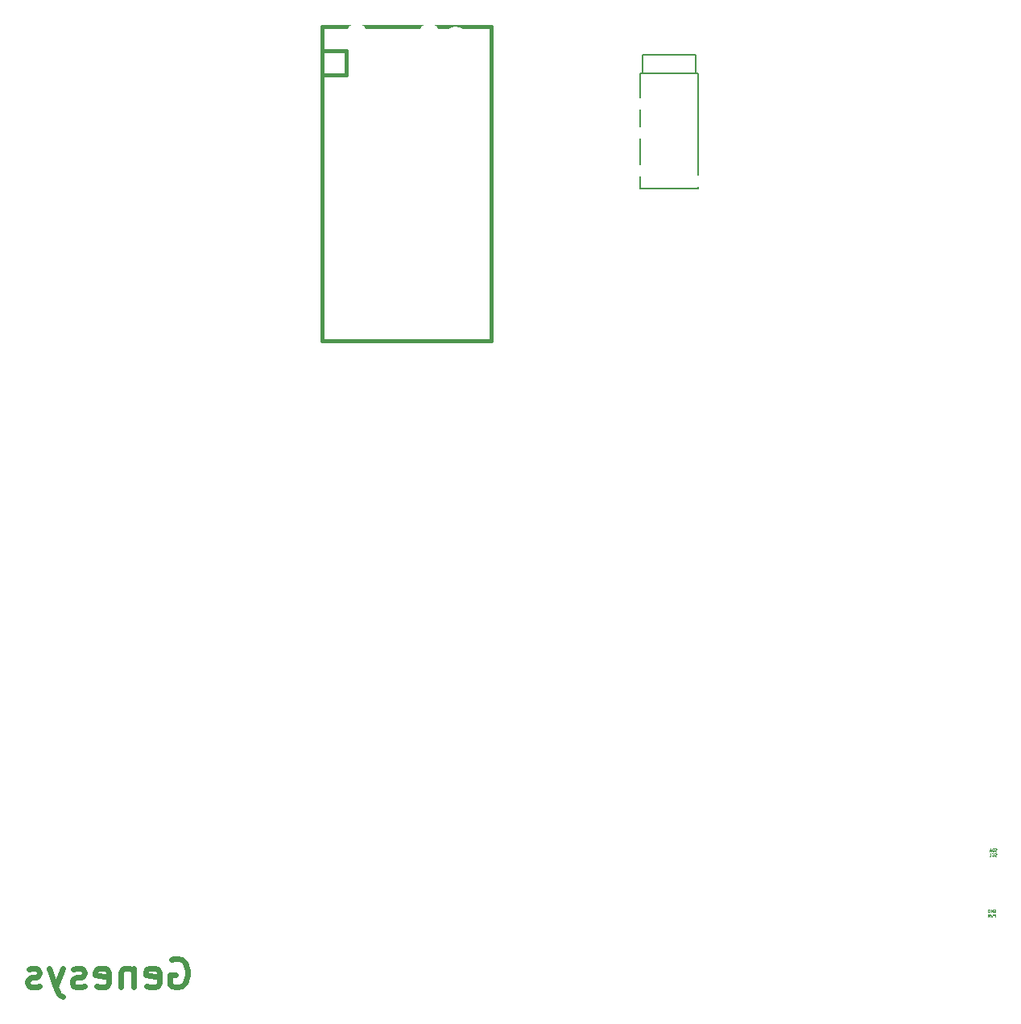
<source format=gbo>
%TF.GenerationSoftware,KiCad,Pcbnew,7.0.1*%
%TF.CreationDate,2023-04-06T15:27:56+10:00*%
%TF.ProjectId,genesys,67656e65-7379-4732-9e6b-696361645f70,rev?*%
%TF.SameCoordinates,Original*%
%TF.FileFunction,Legend,Bot*%
%TF.FilePolarity,Positive*%
%FSLAX46Y46*%
G04 Gerber Fmt 4.6, Leading zero omitted, Abs format (unit mm)*
G04 Created by KiCad (PCBNEW 7.0.1) date 2023-04-06 15:27:56*
%MOMM*%
%LPD*%
G01*
G04 APERTURE LIST*
G04 Aperture macros list*
%AMHorizOval*
0 Thick line with rounded ends*
0 $1 width*
0 $2 $3 position (X,Y) of the first rounded end (center of the circle)*
0 $4 $5 position (X,Y) of the second rounded end (center of the circle)*
0 Add line between two ends*
20,1,$1,$2,$3,$4,$5,0*
0 Add two circle primitives to create the rounded ends*
1,1,$1,$2,$3*
1,1,$1,$4,$5*%
%AMRotRect*
0 Rectangle, with rotation*
0 The origin of the aperture is its center*
0 $1 length*
0 $2 width*
0 $3 Rotation angle, in degrees counterclockwise*
0 Add horizontal line*
21,1,$1,$2,0,0,$3*%
G04 Aperture macros list end*
%ADD10C,0.075000*%
%ADD11C,0.625000*%
%ADD12C,0.150000*%
%ADD13C,0.381000*%
%ADD14C,1.651000*%
%ADD15R,1.752600X1.752600*%
%ADD16C,1.752600*%
%ADD17C,1.400000*%
%ADD18R,2.500000X1.200000*%
%ADD19C,3.200000*%
%ADD20C,3.987800*%
%ADD21C,2.286000*%
%ADD22R,2.200000X2.200000*%
%ADD23O,2.200000X2.200000*%
%ADD24RotRect,2.200000X2.200000X40.000000*%
%ADD25HorizOval,2.200000X0.000000X0.000000X0.000000X0.000000X0*%
%ADD26RotRect,2.200000X2.200000X65.000000*%
%ADD27HorizOval,2.200000X0.000000X0.000000X0.000000X0.000000X0*%
%ADD28RotRect,2.200000X2.200000X75.000000*%
%ADD29HorizOval,2.200000X0.000000X0.000000X0.000000X0.000000X0*%
%ADD30RotRect,2.200000X2.200000X15.000000*%
%ADD31HorizOval,2.200000X0.000000X0.000000X0.000000X0.000000X0*%
G04 APERTURE END LIST*
D10*
X160042857Y-114749000D02*
X160000000Y-114763285D01*
X160000000Y-114763285D02*
X159928571Y-114763285D01*
X159928571Y-114763285D02*
X159900000Y-114749000D01*
X159900000Y-114749000D02*
X159885714Y-114734714D01*
X159885714Y-114734714D02*
X159871428Y-114706142D01*
X159871428Y-114706142D02*
X159871428Y-114677571D01*
X159871428Y-114677571D02*
X159885714Y-114649000D01*
X159885714Y-114649000D02*
X159900000Y-114634714D01*
X159900000Y-114634714D02*
X159928571Y-114620428D01*
X159928571Y-114620428D02*
X159985714Y-114606142D01*
X159985714Y-114606142D02*
X160014285Y-114591857D01*
X160014285Y-114591857D02*
X160028571Y-114577571D01*
X160028571Y-114577571D02*
X160042857Y-114549000D01*
X160042857Y-114549000D02*
X160042857Y-114520428D01*
X160042857Y-114520428D02*
X160028571Y-114491857D01*
X160028571Y-114491857D02*
X160014285Y-114477571D01*
X160014285Y-114477571D02*
X159985714Y-114463285D01*
X159985714Y-114463285D02*
X159914285Y-114463285D01*
X159914285Y-114463285D02*
X159871428Y-114477571D01*
X159571428Y-114734714D02*
X159585714Y-114749000D01*
X159585714Y-114749000D02*
X159628571Y-114763285D01*
X159628571Y-114763285D02*
X159657143Y-114763285D01*
X159657143Y-114763285D02*
X159700000Y-114749000D01*
X159700000Y-114749000D02*
X159728571Y-114720428D01*
X159728571Y-114720428D02*
X159742857Y-114691857D01*
X159742857Y-114691857D02*
X159757143Y-114634714D01*
X159757143Y-114634714D02*
X159757143Y-114591857D01*
X159757143Y-114591857D02*
X159742857Y-114534714D01*
X159742857Y-114534714D02*
X159728571Y-114506142D01*
X159728571Y-114506142D02*
X159700000Y-114477571D01*
X159700000Y-114477571D02*
X159657143Y-114463285D01*
X159657143Y-114463285D02*
X159628571Y-114463285D01*
X159628571Y-114463285D02*
X159585714Y-114477571D01*
X159585714Y-114477571D02*
X159571428Y-114491857D01*
X159300000Y-114763285D02*
X159442857Y-114763285D01*
X159442857Y-114763285D02*
X159442857Y-114463285D01*
X160042857Y-114249000D02*
X160000000Y-114263285D01*
X160000000Y-114263285D02*
X159928571Y-114263285D01*
X159928571Y-114263285D02*
X159900000Y-114249000D01*
X159900000Y-114249000D02*
X159885714Y-114234714D01*
X159885714Y-114234714D02*
X159871428Y-114206142D01*
X159871428Y-114206142D02*
X159871428Y-114177571D01*
X159871428Y-114177571D02*
X159885714Y-114149000D01*
X159885714Y-114149000D02*
X159900000Y-114134714D01*
X159900000Y-114134714D02*
X159928571Y-114120428D01*
X159928571Y-114120428D02*
X159985714Y-114106142D01*
X159985714Y-114106142D02*
X160014285Y-114091857D01*
X160014285Y-114091857D02*
X160028571Y-114077571D01*
X160028571Y-114077571D02*
X160042857Y-114049000D01*
X160042857Y-114049000D02*
X160042857Y-114020428D01*
X160042857Y-114020428D02*
X160028571Y-113991857D01*
X160028571Y-113991857D02*
X160014285Y-113977571D01*
X160014285Y-113977571D02*
X159985714Y-113963285D01*
X159985714Y-113963285D02*
X159914285Y-113963285D01*
X159914285Y-113963285D02*
X159871428Y-113977571D01*
X159742857Y-114263285D02*
X159742857Y-113963285D01*
X159742857Y-113963285D02*
X159671428Y-113963285D01*
X159671428Y-113963285D02*
X159628571Y-113977571D01*
X159628571Y-113977571D02*
X159600000Y-114006142D01*
X159600000Y-114006142D02*
X159585714Y-114034714D01*
X159585714Y-114034714D02*
X159571428Y-114091857D01*
X159571428Y-114091857D02*
X159571428Y-114134714D01*
X159571428Y-114134714D02*
X159585714Y-114191857D01*
X159585714Y-114191857D02*
X159600000Y-114220428D01*
X159600000Y-114220428D02*
X159628571Y-114249000D01*
X159628571Y-114249000D02*
X159671428Y-114263285D01*
X159671428Y-114263285D02*
X159742857Y-114263285D01*
X159457143Y-114177571D02*
X159314286Y-114177571D01*
X159485714Y-114263285D02*
X159385714Y-113963285D01*
X159385714Y-113963285D02*
X159285714Y-114263285D01*
X159771428Y-120377571D02*
X159800000Y-120363285D01*
X159800000Y-120363285D02*
X159842857Y-120363285D01*
X159842857Y-120363285D02*
X159885714Y-120377571D01*
X159885714Y-120377571D02*
X159914285Y-120406142D01*
X159914285Y-120406142D02*
X159928571Y-120434714D01*
X159928571Y-120434714D02*
X159942857Y-120491857D01*
X159942857Y-120491857D02*
X159942857Y-120534714D01*
X159942857Y-120534714D02*
X159928571Y-120591857D01*
X159928571Y-120591857D02*
X159914285Y-120620428D01*
X159914285Y-120620428D02*
X159885714Y-120649000D01*
X159885714Y-120649000D02*
X159842857Y-120663285D01*
X159842857Y-120663285D02*
X159814285Y-120663285D01*
X159814285Y-120663285D02*
X159771428Y-120649000D01*
X159771428Y-120649000D02*
X159757142Y-120634714D01*
X159757142Y-120634714D02*
X159757142Y-120534714D01*
X159757142Y-120534714D02*
X159814285Y-120534714D01*
X159628571Y-120663285D02*
X159628571Y-120363285D01*
X159628571Y-120363285D02*
X159457142Y-120663285D01*
X159457142Y-120663285D02*
X159457142Y-120363285D01*
X159314285Y-120663285D02*
X159314285Y-120363285D01*
X159314285Y-120363285D02*
X159242856Y-120363285D01*
X159242856Y-120363285D02*
X159199999Y-120377571D01*
X159199999Y-120377571D02*
X159171428Y-120406142D01*
X159171428Y-120406142D02*
X159157142Y-120434714D01*
X159157142Y-120434714D02*
X159142856Y-120491857D01*
X159142856Y-120491857D02*
X159142856Y-120534714D01*
X159142856Y-120534714D02*
X159157142Y-120591857D01*
X159157142Y-120591857D02*
X159171428Y-120620428D01*
X159171428Y-120620428D02*
X159199999Y-120649000D01*
X159199999Y-120649000D02*
X159242856Y-120663285D01*
X159242856Y-120663285D02*
X159314285Y-120663285D01*
X159928571Y-121163285D02*
X159928571Y-120863285D01*
X159928571Y-120863285D02*
X159814285Y-120863285D01*
X159814285Y-120863285D02*
X159785714Y-120877571D01*
X159785714Y-120877571D02*
X159771428Y-120891857D01*
X159771428Y-120891857D02*
X159757142Y-120920428D01*
X159757142Y-120920428D02*
X159757142Y-120963285D01*
X159757142Y-120963285D02*
X159771428Y-120991857D01*
X159771428Y-120991857D02*
X159785714Y-121006142D01*
X159785714Y-121006142D02*
X159814285Y-121020428D01*
X159814285Y-121020428D02*
X159928571Y-121020428D01*
X159657142Y-120863285D02*
X159585714Y-121163285D01*
X159585714Y-121163285D02*
X159528571Y-120949000D01*
X159528571Y-120949000D02*
X159471428Y-121163285D01*
X159471428Y-121163285D02*
X159400000Y-120863285D01*
X159114285Y-121163285D02*
X159214285Y-121020428D01*
X159285714Y-121163285D02*
X159285714Y-120863285D01*
X159285714Y-120863285D02*
X159171428Y-120863285D01*
X159171428Y-120863285D02*
X159142857Y-120877571D01*
X159142857Y-120877571D02*
X159128571Y-120891857D01*
X159128571Y-120891857D02*
X159114285Y-120920428D01*
X159114285Y-120920428D02*
X159114285Y-120963285D01*
X159114285Y-120963285D02*
X159128571Y-120991857D01*
X159128571Y-120991857D02*
X159142857Y-121006142D01*
X159142857Y-121006142D02*
X159171428Y-121020428D01*
X159171428Y-121020428D02*
X159285714Y-121020428D01*
D11*
X73279285Y-125680714D02*
X73565000Y-125537857D01*
X73565000Y-125537857D02*
X73993571Y-125537857D01*
X73993571Y-125537857D02*
X74422142Y-125680714D01*
X74422142Y-125680714D02*
X74707857Y-125966428D01*
X74707857Y-125966428D02*
X74850714Y-126252142D01*
X74850714Y-126252142D02*
X74993571Y-126823571D01*
X74993571Y-126823571D02*
X74993571Y-127252142D01*
X74993571Y-127252142D02*
X74850714Y-127823571D01*
X74850714Y-127823571D02*
X74707857Y-128109285D01*
X74707857Y-128109285D02*
X74422142Y-128395000D01*
X74422142Y-128395000D02*
X73993571Y-128537857D01*
X73993571Y-128537857D02*
X73707857Y-128537857D01*
X73707857Y-128537857D02*
X73279285Y-128395000D01*
X73279285Y-128395000D02*
X73136428Y-128252142D01*
X73136428Y-128252142D02*
X73136428Y-127252142D01*
X73136428Y-127252142D02*
X73707857Y-127252142D01*
X70707857Y-128395000D02*
X70993571Y-128537857D01*
X70993571Y-128537857D02*
X71565000Y-128537857D01*
X71565000Y-128537857D02*
X71850714Y-128395000D01*
X71850714Y-128395000D02*
X71993571Y-128109285D01*
X71993571Y-128109285D02*
X71993571Y-126966428D01*
X71993571Y-126966428D02*
X71850714Y-126680714D01*
X71850714Y-126680714D02*
X71565000Y-126537857D01*
X71565000Y-126537857D02*
X70993571Y-126537857D01*
X70993571Y-126537857D02*
X70707857Y-126680714D01*
X70707857Y-126680714D02*
X70565000Y-126966428D01*
X70565000Y-126966428D02*
X70565000Y-127252142D01*
X70565000Y-127252142D02*
X71993571Y-127537857D01*
X69279285Y-126537857D02*
X69279285Y-128537857D01*
X69279285Y-126823571D02*
X69136428Y-126680714D01*
X69136428Y-126680714D02*
X68850713Y-126537857D01*
X68850713Y-126537857D02*
X68422142Y-126537857D01*
X68422142Y-126537857D02*
X68136428Y-126680714D01*
X68136428Y-126680714D02*
X67993571Y-126966428D01*
X67993571Y-126966428D02*
X67993571Y-128537857D01*
X65422142Y-128395000D02*
X65707856Y-128537857D01*
X65707856Y-128537857D02*
X66279285Y-128537857D01*
X66279285Y-128537857D02*
X66564999Y-128395000D01*
X66564999Y-128395000D02*
X66707856Y-128109285D01*
X66707856Y-128109285D02*
X66707856Y-126966428D01*
X66707856Y-126966428D02*
X66564999Y-126680714D01*
X66564999Y-126680714D02*
X66279285Y-126537857D01*
X66279285Y-126537857D02*
X65707856Y-126537857D01*
X65707856Y-126537857D02*
X65422142Y-126680714D01*
X65422142Y-126680714D02*
X65279285Y-126966428D01*
X65279285Y-126966428D02*
X65279285Y-127252142D01*
X65279285Y-127252142D02*
X66707856Y-127537857D01*
X64136427Y-128395000D02*
X63850713Y-128537857D01*
X63850713Y-128537857D02*
X63279284Y-128537857D01*
X63279284Y-128537857D02*
X62993570Y-128395000D01*
X62993570Y-128395000D02*
X62850713Y-128109285D01*
X62850713Y-128109285D02*
X62850713Y-127966428D01*
X62850713Y-127966428D02*
X62993570Y-127680714D01*
X62993570Y-127680714D02*
X63279284Y-127537857D01*
X63279284Y-127537857D02*
X63707856Y-127537857D01*
X63707856Y-127537857D02*
X63993570Y-127395000D01*
X63993570Y-127395000D02*
X64136427Y-127109285D01*
X64136427Y-127109285D02*
X64136427Y-126966428D01*
X64136427Y-126966428D02*
X63993570Y-126680714D01*
X63993570Y-126680714D02*
X63707856Y-126537857D01*
X63707856Y-126537857D02*
X63279284Y-126537857D01*
X63279284Y-126537857D02*
X62993570Y-126680714D01*
X61850713Y-126537857D02*
X61136427Y-128537857D01*
X60422142Y-126537857D02*
X61136427Y-128537857D01*
X61136427Y-128537857D02*
X61422142Y-129252142D01*
X61422142Y-129252142D02*
X61564999Y-129395000D01*
X61564999Y-129395000D02*
X61850713Y-129537857D01*
X59422142Y-128395000D02*
X59136428Y-128537857D01*
X59136428Y-128537857D02*
X58564999Y-128537857D01*
X58564999Y-128537857D02*
X58279285Y-128395000D01*
X58279285Y-128395000D02*
X58136428Y-128109285D01*
X58136428Y-128109285D02*
X58136428Y-127966428D01*
X58136428Y-127966428D02*
X58279285Y-127680714D01*
X58279285Y-127680714D02*
X58564999Y-127537857D01*
X58564999Y-127537857D02*
X58993571Y-127537857D01*
X58993571Y-127537857D02*
X59279285Y-127395000D01*
X59279285Y-127395000D02*
X59422142Y-127109285D01*
X59422142Y-127109285D02*
X59422142Y-126966428D01*
X59422142Y-126966428D02*
X59279285Y-126680714D01*
X59279285Y-126680714D02*
X58993571Y-126537857D01*
X58993571Y-126537857D02*
X58564999Y-126537857D01*
X58564999Y-126537857D02*
X58279285Y-126680714D01*
D12*
%TO.C,J2*%
X128705000Y-32535000D02*
X128705000Y-44635000D01*
X128455000Y-32535000D02*
X128455000Y-30535000D01*
X122855000Y-30535000D02*
X128455000Y-30535000D01*
X122855000Y-32535000D02*
X122855000Y-30535000D01*
X122605000Y-32535000D02*
X128705000Y-32535000D01*
X122605000Y-32535000D02*
X122605000Y-44635000D01*
X122605000Y-44635000D02*
X128705000Y-44635000D01*
D13*
%TO.C,U1*%
X106906400Y-27566750D02*
X89126400Y-27566750D01*
X89126400Y-27566750D02*
X89126400Y-60586750D01*
X91666400Y-30106750D02*
X89126400Y-30106750D01*
X91666400Y-30106750D02*
X91666400Y-32646750D01*
X91666400Y-32646750D02*
X89126400Y-32646750D01*
X106906400Y-60586750D02*
X106906400Y-27566750D01*
X89126400Y-60586750D02*
X106906400Y-60586750D01*
%TD*%
D14*
%TO.C,R2*%
X152500000Y-112540000D03*
X152500000Y-122700000D03*
%TD*%
%TO.C,R1*%
X155650000Y-112540000D03*
X155650000Y-122700000D03*
%TD*%
D15*
%TO.C,U1*%
X90396400Y-31376750D03*
D16*
X90396400Y-33916750D03*
X90396400Y-36456750D03*
X90396400Y-38996750D03*
X90396400Y-41536750D03*
X90396400Y-44076750D03*
X90396400Y-46616750D03*
X90396400Y-49156750D03*
X90396400Y-51696750D03*
X90396400Y-54236750D03*
X90396400Y-56776750D03*
X90396400Y-59316750D03*
X105636400Y-59316750D03*
X105636400Y-56776750D03*
X105636400Y-54236750D03*
X105636400Y-51696750D03*
X105636400Y-49156750D03*
X105636400Y-46616750D03*
X105636400Y-44076750D03*
X105636400Y-41536750D03*
X105636400Y-38996750D03*
X105636400Y-36456750D03*
X105636400Y-33916750D03*
X105636400Y-31376750D03*
%TD*%
%LPC*%
D14*
%TO.C,R2*%
X152500000Y-112540000D03*
X152500000Y-122700000D03*
%TD*%
%TO.C,R1*%
X155650000Y-112540000D03*
X155650000Y-122700000D03*
%TD*%
D17*
%TO.C,TP4*%
X159600000Y-119510000D03*
X159600000Y-122050000D03*
%TD*%
%TO.C,TP3*%
X159600000Y-115640000D03*
X159600000Y-113100000D03*
%TD*%
D18*
%TO.C,J2*%
X122405000Y-42735000D03*
X122405000Y-38735000D03*
X122405000Y-35735000D03*
X128905000Y-43835000D03*
%TD*%
D19*
%TO.C,H7*%
X144145000Y-147955000D03*
%TD*%
%TO.C,H5*%
X144500000Y-79300000D03*
%TD*%
%TO.C,H4*%
X144500000Y-40525000D03*
%TD*%
%TO.C,H2*%
X48895000Y-79375000D03*
%TD*%
%TO.C,H1*%
X48895000Y-40525000D03*
%TD*%
D20*
%TO.C,SW23*%
X58470000Y-88135000D03*
D21*
X54660000Y-85595000D03*
X55930000Y-83055000D03*
X61010000Y-83055000D03*
X62280000Y-85595000D03*
%TD*%
D22*
%TO.C,D3*%
X84160000Y-38875000D03*
D23*
X84160000Y-28715000D03*
%TD*%
D22*
%TO.C,D22*%
X46060000Y-96025000D03*
D23*
X46060000Y-85865000D03*
%TD*%
D22*
%TO.C,D28*%
X160360000Y-96025000D03*
D23*
X160360000Y-85865000D03*
%TD*%
D20*
%TO.C,SW4*%
X96570000Y-30985000D03*
D21*
X92760000Y-28445000D03*
X94030000Y-25905000D03*
X99110000Y-25905000D03*
X100380000Y-28445000D03*
%TD*%
D20*
%TO.C,SW18*%
X96570000Y-69085000D03*
D21*
X92760000Y-66545000D03*
X94030000Y-64005000D03*
X99110000Y-64005000D03*
X100380000Y-66545000D03*
%TD*%
D22*
%TO.C,D11*%
X103210000Y-57925000D03*
D23*
X103210000Y-47765000D03*
%TD*%
D20*
%TO.C,SW30*%
X63232500Y-111947500D03*
D21*
X59422500Y-109407500D03*
X60692500Y-106867500D03*
X65772500Y-106867500D03*
X67042500Y-109407500D03*
%TD*%
D20*
%TO.C,SW27*%
X134670000Y-88135000D03*
D21*
X130860000Y-85595000D03*
X132130000Y-83055000D03*
X137210000Y-83055000D03*
X138480000Y-85595000D03*
%TD*%
D20*
%TO.C,SW15*%
X39420000Y-69085000D03*
D21*
X35610000Y-66545000D03*
X36880000Y-64005000D03*
X41960000Y-64005000D03*
X43230000Y-66545000D03*
%TD*%
D22*
%TO.C,D17*%
X84160000Y-76975000D03*
D23*
X84160000Y-66815000D03*
%TD*%
D20*
%TO.C,SW32*%
X101332500Y-111947500D03*
D21*
X97522500Y-109407500D03*
X98792500Y-106867500D03*
X103872500Y-106867500D03*
X105142500Y-109407500D03*
%TD*%
D20*
%TO.C,SW9*%
X58470000Y-50035000D03*
D21*
X54660000Y-47495000D03*
X55930000Y-44955000D03*
X61010000Y-44955000D03*
X62280000Y-47495000D03*
%TD*%
D22*
%TO.C,D29*%
X46060000Y-129362500D03*
D23*
X46060000Y-119202500D03*
%TD*%
D22*
%TO.C,D20*%
X141310000Y-76975000D03*
D23*
X141310000Y-66815000D03*
%TD*%
D22*
%TO.C,D21*%
X160360000Y-76975000D03*
D23*
X160360000Y-66815000D03*
%TD*%
D22*
%TO.C,D18*%
X103210000Y-76975000D03*
D23*
X103210000Y-66815000D03*
%TD*%
D20*
%TO.C,SW10*%
X77520000Y-50035000D03*
D21*
X73710000Y-47495000D03*
X74980000Y-44955000D03*
X80060000Y-44955000D03*
X81330000Y-47495000D03*
%TD*%
D22*
%TO.C,D23*%
X65110000Y-96025000D03*
D23*
X65110000Y-85865000D03*
%TD*%
D20*
%TO.C,SW20*%
X134670000Y-69085000D03*
D21*
X130860000Y-66545000D03*
X132130000Y-64005000D03*
X137210000Y-64005000D03*
X138480000Y-66545000D03*
%TD*%
D20*
%TO.C,SW7*%
X153720000Y-30985000D03*
D21*
X149910000Y-28445000D03*
X151180000Y-25905000D03*
X156260000Y-25905000D03*
X157530000Y-28445000D03*
%TD*%
D20*
%TO.C,SW33*%
X122265226Y-123055221D03*
D21*
X119885644Y-119143024D03*
X122110105Y-117377727D03*
X126714149Y-119524628D03*
X126791709Y-122363375D03*
%TD*%
D22*
%TO.C,D6*%
X141300000Y-39196904D03*
D23*
X141300000Y-29036904D03*
%TD*%
D20*
%TO.C,SW28*%
X153720000Y-88135000D03*
D21*
X149910000Y-85595000D03*
X151180000Y-83055000D03*
X156260000Y-83055000D03*
X157530000Y-85595000D03*
%TD*%
D20*
%TO.C,SW24*%
X77520000Y-88135000D03*
D21*
X73710000Y-85595000D03*
X74980000Y-83055000D03*
X80060000Y-83055000D03*
X81330000Y-85595000D03*
%TD*%
D22*
%TO.C,D7*%
X160360000Y-38875000D03*
D23*
X160360000Y-28715000D03*
%TD*%
D22*
%TO.C,D32*%
X107972500Y-119837500D03*
D23*
X107972500Y-109677500D03*
%TD*%
D22*
%TO.C,D12*%
X122260000Y-57925000D03*
D23*
X122260000Y-47765000D03*
%TD*%
D20*
%TO.C,SW34*%
X140465226Y-136889051D03*
D21*
X139961958Y-132337741D03*
X142724051Y-131677937D03*
X145989412Y-135569443D03*
X144860000Y-138175000D03*
%TD*%
D20*
%TO.C,SW6*%
X134670000Y-30985000D03*
D21*
X130860000Y-28445000D03*
X132130000Y-25905000D03*
X137210000Y-25905000D03*
X138480000Y-28445000D03*
%TD*%
D24*
%TO.C,D34*%
X138693811Y-146991561D03*
D25*
X146476823Y-140460839D03*
%TD*%
D20*
%TO.C,SW26*%
X115620000Y-88135000D03*
D21*
X111810000Y-85595000D03*
X113080000Y-83055000D03*
X118160000Y-83055000D03*
X119430000Y-85595000D03*
%TD*%
D20*
%TO.C,SW22*%
X39420000Y-88135000D03*
D21*
X35610000Y-85595000D03*
X36880000Y-83055000D03*
X41960000Y-83055000D03*
X43230000Y-85595000D03*
%TD*%
D15*
%TO.C,U1*%
X90396400Y-31376750D03*
D16*
X90396400Y-33916750D03*
X90396400Y-36456750D03*
X90396400Y-38996750D03*
X90396400Y-41536750D03*
X90396400Y-44076750D03*
X90396400Y-46616750D03*
X90396400Y-49156750D03*
X90396400Y-51696750D03*
X90396400Y-54236750D03*
X90396400Y-56776750D03*
X90396400Y-59316750D03*
X105636400Y-59316750D03*
X105636400Y-56776750D03*
X105636400Y-54236750D03*
X105636400Y-51696750D03*
X105636400Y-49156750D03*
X105636400Y-46616750D03*
X105636400Y-44076750D03*
X105636400Y-41536750D03*
X105636400Y-38996750D03*
X105636400Y-36456750D03*
X105636400Y-33916750D03*
X105636400Y-31376750D03*
%TD*%
D20*
%TO.C,SW35*%
X150665226Y-156955221D03*
D21*
X152132577Y-152617643D03*
X154914729Y-153186969D03*
X156229530Y-158093872D03*
X154104778Y-159977998D03*
%TD*%
D22*
%TO.C,D26*%
X122260000Y-96025000D03*
D23*
X122260000Y-85865000D03*
%TD*%
D26*
%TO.C,D33*%
X124763174Y-133081540D03*
D27*
X129056976Y-123873453D03*
%TD*%
D20*
%TO.C,SW12*%
X115620000Y-50035000D03*
D21*
X111810000Y-47495000D03*
X113080000Y-44955000D03*
X118160000Y-44955000D03*
X119430000Y-47495000D03*
%TD*%
D28*
%TO.C,D5*%
X119380000Y-38875000D03*
D29*
X122009601Y-29061194D03*
%TD*%
D20*
%TO.C,SW2*%
X58470000Y-30985000D03*
D21*
X54660000Y-28445000D03*
X55930000Y-25905000D03*
X61010000Y-25905000D03*
X62280000Y-28445000D03*
%TD*%
D20*
%TO.C,SW13*%
X134670000Y-50035000D03*
D21*
X130860000Y-47495000D03*
X132130000Y-44955000D03*
X137210000Y-44955000D03*
X138480000Y-47495000D03*
%TD*%
D22*
%TO.C,D16*%
X65110000Y-76975000D03*
D23*
X65110000Y-66815000D03*
%TD*%
D22*
%TO.C,D13*%
X141310000Y-57925000D03*
D23*
X141310000Y-47765000D03*
%TD*%
D22*
%TO.C,D30*%
X69895000Y-119790000D03*
D23*
X69895000Y-109630000D03*
%TD*%
D20*
%TO.C,SW16*%
X58470000Y-69085000D03*
D21*
X54660000Y-66545000D03*
X55930000Y-64005000D03*
X61010000Y-64005000D03*
X62280000Y-66545000D03*
%TD*%
D20*
%TO.C,SW21*%
X153720000Y-69085000D03*
D21*
X149910000Y-66545000D03*
X151180000Y-64005000D03*
X156260000Y-64005000D03*
X157530000Y-66545000D03*
%TD*%
D20*
%TO.C,SW29*%
X39420000Y-121472500D03*
D21*
X35610000Y-118932500D03*
X36880000Y-116392500D03*
X41960000Y-116392500D03*
X43230000Y-118932500D03*
%TD*%
D20*
%TO.C,SW3*%
X77520000Y-30985000D03*
D21*
X73710000Y-28445000D03*
X74980000Y-25905000D03*
X80060000Y-25905000D03*
X81330000Y-28445000D03*
%TD*%
D22*
%TO.C,D10*%
X84160000Y-57925000D03*
D23*
X84160000Y-47765000D03*
%TD*%
D22*
%TO.C,D9*%
X65110000Y-57925000D03*
D23*
X65110000Y-47765000D03*
%TD*%
D20*
%TO.C,SW14*%
X153720000Y-50035000D03*
D21*
X149910000Y-47495000D03*
X151180000Y-44955000D03*
X156260000Y-44955000D03*
X157530000Y-47495000D03*
%TD*%
D22*
%TO.C,D4*%
X103210000Y-38875000D03*
D23*
X103210000Y-28715000D03*
%TD*%
D22*
%TO.C,D24*%
X84160000Y-96025000D03*
D23*
X84160000Y-85865000D03*
%TD*%
D22*
%TO.C,D31*%
X88922500Y-119837500D03*
D23*
X88922500Y-109677500D03*
%TD*%
D22*
%TO.C,D19*%
X122260000Y-76975000D03*
D23*
X122260000Y-66815000D03*
%TD*%
D20*
%TO.C,SW31*%
X82205000Y-111947500D03*
D21*
X78395000Y-109407500D03*
X79665000Y-106867500D03*
X84745000Y-106867500D03*
X86015000Y-109407500D03*
%TD*%
D22*
%TO.C,D15*%
X46060000Y-76975000D03*
D23*
X46060000Y-66815000D03*
%TD*%
D20*
%TO.C,SW5*%
X115620000Y-30985000D03*
D21*
X111810000Y-28445000D03*
X113080000Y-25905000D03*
X118160000Y-25905000D03*
X119430000Y-28445000D03*
%TD*%
D30*
%TO.C,D35*%
X145811194Y-166964601D03*
D31*
X155625000Y-164335000D03*
%TD*%
D22*
%TO.C,D8*%
X46060000Y-57925000D03*
D23*
X46060000Y-47765000D03*
%TD*%
D22*
%TO.C,D25*%
X103210000Y-96025000D03*
D23*
X103210000Y-85865000D03*
%TD*%
D20*
%TO.C,SW19*%
X115620000Y-69085000D03*
D21*
X111810000Y-66545000D03*
X113080000Y-64005000D03*
X118160000Y-64005000D03*
X119430000Y-66545000D03*
%TD*%
D20*
%TO.C,SW8*%
X39420000Y-50035000D03*
D21*
X35610000Y-47495000D03*
X36880000Y-44955000D03*
X41960000Y-44955000D03*
X43230000Y-47495000D03*
%TD*%
D20*
%TO.C,SW25*%
X96570000Y-88135000D03*
D21*
X92760000Y-85595000D03*
X94030000Y-83055000D03*
X99110000Y-83055000D03*
X100380000Y-85595000D03*
%TD*%
D20*
%TO.C,SW17*%
X77520000Y-69085000D03*
D21*
X73710000Y-66545000D03*
X74980000Y-64005000D03*
X80060000Y-64005000D03*
X81330000Y-66545000D03*
%TD*%
D22*
%TO.C,D2*%
X65110000Y-38875000D03*
D23*
X65110000Y-28715000D03*
%TD*%
D22*
%TO.C,D1*%
X46060000Y-38875000D03*
D23*
X46060000Y-28715000D03*
%TD*%
D22*
%TO.C,D14*%
X160360000Y-57925000D03*
D23*
X160360000Y-47765000D03*
%TD*%
D20*
%TO.C,SW1*%
X39420000Y-30985000D03*
D21*
X35610000Y-28445000D03*
X36880000Y-25905000D03*
X41960000Y-25905000D03*
X43230000Y-28445000D03*
%TD*%
D20*
%TO.C,SW11*%
X96570000Y-50035000D03*
D21*
X92760000Y-47495000D03*
X94030000Y-44955000D03*
X99110000Y-44955000D03*
X100380000Y-47495000D03*
%TD*%
D22*
%TO.C,D27*%
X141310000Y-96025000D03*
D23*
X141310000Y-85865000D03*
%TD*%
M02*

</source>
